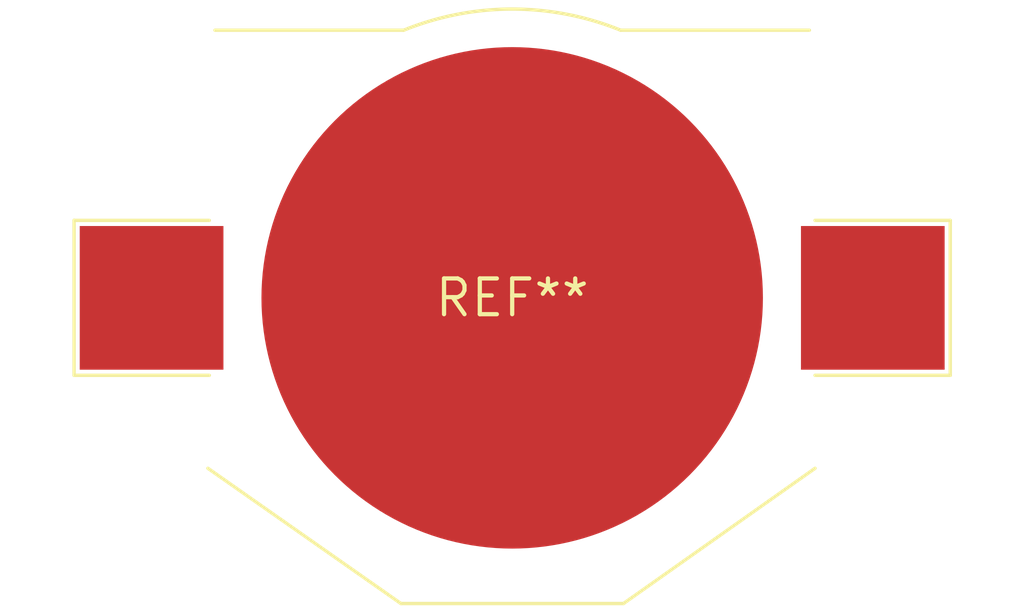
<source format=kicad_pcb>
(kicad_pcb (version 20240108) (generator pcbnew)
  (layers (0 "F.Cu" signal) (31 "B.Cu" signal) (34 "B.Paste" user) (35 "F.Paste" user) (36 "B.SilkS" user "B.Silkscreen") (37 "F.SilkS" user "F.Silkscreen") (38 "B.Mask" user) (39 "F.Mask" user) (44 "Edge.Cuts" user))
  (net 0 "")
  (footprint "BatteryHolder_Keystone_3002_1x2032" (layer "F.Cu") (at 0 0)
    (property "Reference" "REF**")
    (property "Value" "BatteryHolder_Keystone_3002_1x2032")
    (fp_line (start -15.55 -2.75) (end -15.55 2.75) (layer "F.SilkS") (stroke (width 0.12)))
    (fp_line (start -15.55 2.75) (end -10.75 2.75) (layer "F.SilkS") (stroke (width 0.12)))
    (fp_line (start -10.8 6.05) (end -3.95 10.85) (layer "F.SilkS") (stroke (width 0.12)))
    (fp_line (start -10.75 -2.75) (end -15.55 -2.75) (layer "F.SilkS") (stroke (width 0.12)))
    (fp_line (start -10.55 -9.5) (end -3.85 -9.5) (layer "F.SilkS") (stroke (width 0.12)))
    (fp_line (start -3.95 10.85) (end 3.95 10.85) (layer "F.SilkS") (stroke (width 0.12)))
    (fp_line (start 3.95 10.85) (end 10.75 6.05) (layer "F.SilkS") (stroke (width 0.12)))
    (fp_line (start 10.55 -9.5) (end 3.85 -9.5) (layer "F.SilkS") (stroke (width 0.12)))
    (fp_line (start 10.75 2.75) (end 15.55 2.75) (layer "F.SilkS") (stroke (width 0.12)))
    (fp_line (start 15.55 -2.75) (end 10.75 -2.75) (layer "F.SilkS") (stroke (width 0.12)))
    (fp_line (start 15.55 2.75) (end 15.55 -2.75) (layer "F.SilkS") (stroke (width 0.12)))
    (fp_arc (start -3.846385 -9.501464) (mid 0.00195 -10.250487) (end 3.85 -9.5) (layer "F.SilkS") (stroke (width 0.12)))
    (pad "1" smd rect (at -12.8 0) (size 5.1 5.1) (layers "F.Cu" "F.Paste" "F.Mask"))
    (pad "1" smd rect (at 12.8 0) (size 5.1 5.1) (layers "F.Cu" "F.Paste" "F.Mask"))
    (pad "2" smd circle (at 0 0) (size 17.8 17.8) (layers "F.Cu" "F.Mask"))
  )
)
</source>
